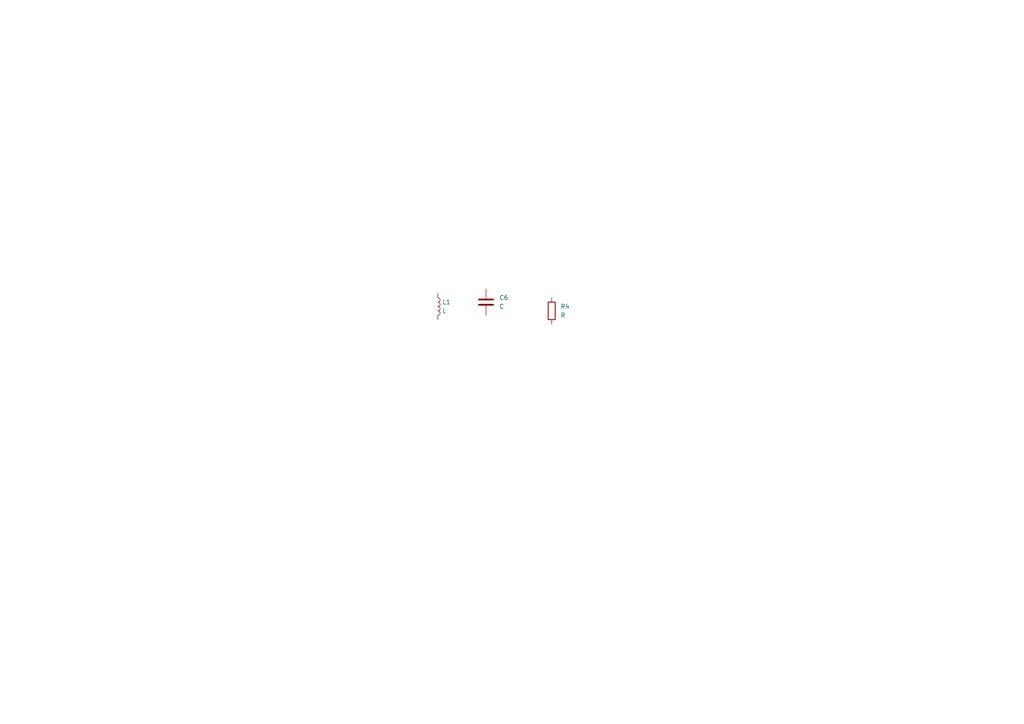
<source format=kicad_sch>
(kicad_sch (version 20231120) (generator "eeschema") (generator_version "8.0")
  (paper "A4")
  (lib_symbols
    (symbol "Device:C" (pin_numbers hide) (pin_names (offset 0.254))
      (property "Reference" "C" (at 0.635 2.54 0))
      (property "Value" "C" (at 0.635 -2.54 0))
      (symbol "C_0_1"
        (polyline (pts (xy -2.032 -0.762) (xy 2.032 -0.762)) (stroke (width 0.508)))
        (polyline (pts (xy -2.032 0.762) (xy 2.032 0.762)) (stroke (width 0.508)))
      )
      (symbol "C_1_1"
        (pin passive line (at 0 3.81 270) (length 2.794) (name "~") (number "1"))
        (pin passive line (at 0 -3.81 90) (length 2.794) (name "~") (number "2"))
      )
    )
    (symbol "Device:L" (pin_numbers hide) (pin_names (offset 1.016) hide)
      (property "Reference" "L" (at -1.27 0 90))
      (property "Value" "L" (at 1.905 0 90))
      (symbol "L_0_1"
        (arc (start 0 -2.54) (mid 0.6323 -1.905) (end 0 -1.27))
        (arc (start 0 -1.27) (mid 0.6323 -0.635) (end 0 0))
        (arc (start 0 0) (mid 0.6323 0.635) (end 0 1.27))
        (arc (start 0 1.27) (mid 0.6323 1.905) (end 0 2.54))
      )
      (symbol "L_1_1"
        (pin passive line (at 0 3.81 270) (length 1.27) (name "1") (number "1"))
        (pin passive line (at 0 -3.81 90) (length 1.27) (name "2") (number "2"))
      )
    )
    (symbol "Device:R" (pin_numbers hide) (pin_names (offset 0))
      (property "Reference" "R" (at 2.032 0 90))
      (property "Value" "R" (at 0 0 90))
      (symbol "R_0_1"
        (rectangle (start -1.016 -2.54) (end 1.016 2.54) (stroke (width 0.254)))
      )
      (symbol "R_1_1"
        (pin passive line (at 0 3.81 270) (length 1.27) (name "~") (number "1"))
        (pin passive line (at 0 -3.81 90) (length 1.27) (name "~") (number "2"))
      )
    )
  )
  (symbol (lib_id "Device:R") (at 160.02 90.17 0) (unit 1)
    (property "Reference" "R4" (at 162.56 88.8999 0) (effects (justify left)))
    (property "Value" "R" (at 162.56 91.4399 0) (effects (justify left)))
    (property "Description" "Resistor" (effects (hide yes)))
  )
  (symbol (lib_id "Device:C") (at 140.97 87.63 0) (unit 1)
    (property "Reference" "C6" (at 144.78 86.3599 0) (effects (justify left)))
    (property "Value" "C" (at 144.78 88.8999 0) (effects (justify left)))
    (property "Description" "Unpolarized capacitor" (effects (hide yes)))
  )
  (symbol (lib_id "Device:L") (at 127 88.9 0) (unit 1)
    (property "Reference" "L1" (at 128.27 87.6299 0) (effects (justify left)))
    (property "Value" "L" (at 128.27 90.1699 0) (effects (justify left)))
    (property "Description" "Inductor" (effects (hide yes)))
  )
)
</source>
